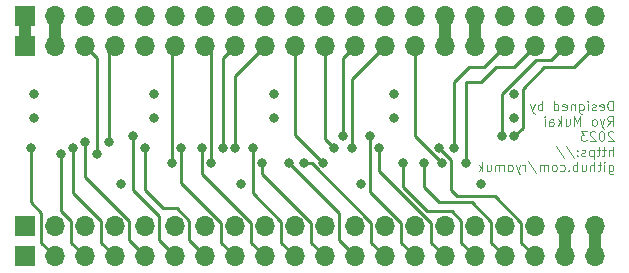
<source format=gbr>
%TF.GenerationSoftware,KiCad,Pcbnew,7.0.6*%
%TF.CreationDate,2023-07-11T11:54:07+09:00*%
%TF.ProjectId,TangNano5V,54616e67-4e61-46e6-9f35-562e6b696361,rev?*%
%TF.SameCoordinates,Original*%
%TF.FileFunction,Copper,L4,Bot*%
%TF.FilePolarity,Positive*%
%FSLAX46Y46*%
G04 Gerber Fmt 4.6, Leading zero omitted, Abs format (unit mm)*
G04 Created by KiCad (PCBNEW 7.0.6) date 2023-07-11 11:54:07*
%MOMM*%
%LPD*%
G01*
G04 APERTURE LIST*
%ADD10C,0.120000*%
%TA.AperFunction,NonConductor*%
%ADD11C,0.120000*%
%TD*%
%TA.AperFunction,ComponentPad*%
%ADD12O,1.700000X1.700000*%
%TD*%
%TA.AperFunction,ComponentPad*%
%ADD13R,1.700000X1.700000*%
%TD*%
%TA.AperFunction,ViaPad*%
%ADD14C,0.800000*%
%TD*%
%TA.AperFunction,Conductor*%
%ADD15C,0.250000*%
%TD*%
%TA.AperFunction,Conductor*%
%ADD16C,1.000000*%
%TD*%
G04 APERTURE END LIST*
D10*
D11*
X52308576Y-10491855D02*
X52308576Y-9691855D01*
X52308576Y-9691855D02*
X52118100Y-9691855D01*
X52118100Y-9691855D02*
X52003814Y-9729950D01*
X52003814Y-9729950D02*
X51927624Y-9806140D01*
X51927624Y-9806140D02*
X51889529Y-9882331D01*
X51889529Y-9882331D02*
X51851433Y-10034712D01*
X51851433Y-10034712D02*
X51851433Y-10148998D01*
X51851433Y-10148998D02*
X51889529Y-10301379D01*
X51889529Y-10301379D02*
X51927624Y-10377569D01*
X51927624Y-10377569D02*
X52003814Y-10453760D01*
X52003814Y-10453760D02*
X52118100Y-10491855D01*
X52118100Y-10491855D02*
X52308576Y-10491855D01*
X51203814Y-10453760D02*
X51280005Y-10491855D01*
X51280005Y-10491855D02*
X51432386Y-10491855D01*
X51432386Y-10491855D02*
X51508576Y-10453760D01*
X51508576Y-10453760D02*
X51546672Y-10377569D01*
X51546672Y-10377569D02*
X51546672Y-10072807D01*
X51546672Y-10072807D02*
X51508576Y-9996617D01*
X51508576Y-9996617D02*
X51432386Y-9958521D01*
X51432386Y-9958521D02*
X51280005Y-9958521D01*
X51280005Y-9958521D02*
X51203814Y-9996617D01*
X51203814Y-9996617D02*
X51165719Y-10072807D01*
X51165719Y-10072807D02*
X51165719Y-10148998D01*
X51165719Y-10148998D02*
X51546672Y-10225188D01*
X50860958Y-10453760D02*
X50784767Y-10491855D01*
X50784767Y-10491855D02*
X50632386Y-10491855D01*
X50632386Y-10491855D02*
X50556196Y-10453760D01*
X50556196Y-10453760D02*
X50518100Y-10377569D01*
X50518100Y-10377569D02*
X50518100Y-10339474D01*
X50518100Y-10339474D02*
X50556196Y-10263283D01*
X50556196Y-10263283D02*
X50632386Y-10225188D01*
X50632386Y-10225188D02*
X50746672Y-10225188D01*
X50746672Y-10225188D02*
X50822862Y-10187093D01*
X50822862Y-10187093D02*
X50860958Y-10110902D01*
X50860958Y-10110902D02*
X50860958Y-10072807D01*
X50860958Y-10072807D02*
X50822862Y-9996617D01*
X50822862Y-9996617D02*
X50746672Y-9958521D01*
X50746672Y-9958521D02*
X50632386Y-9958521D01*
X50632386Y-9958521D02*
X50556196Y-9996617D01*
X50175243Y-10491855D02*
X50175243Y-9958521D01*
X50175243Y-9691855D02*
X50213339Y-9729950D01*
X50213339Y-9729950D02*
X50175243Y-9768045D01*
X50175243Y-9768045D02*
X50137148Y-9729950D01*
X50137148Y-9729950D02*
X50175243Y-9691855D01*
X50175243Y-9691855D02*
X50175243Y-9768045D01*
X49451434Y-9958521D02*
X49451434Y-10606140D01*
X49451434Y-10606140D02*
X49489529Y-10682331D01*
X49489529Y-10682331D02*
X49527625Y-10720426D01*
X49527625Y-10720426D02*
X49603815Y-10758521D01*
X49603815Y-10758521D02*
X49718101Y-10758521D01*
X49718101Y-10758521D02*
X49794291Y-10720426D01*
X49451434Y-10453760D02*
X49527625Y-10491855D01*
X49527625Y-10491855D02*
X49680006Y-10491855D01*
X49680006Y-10491855D02*
X49756196Y-10453760D01*
X49756196Y-10453760D02*
X49794291Y-10415664D01*
X49794291Y-10415664D02*
X49832387Y-10339474D01*
X49832387Y-10339474D02*
X49832387Y-10110902D01*
X49832387Y-10110902D02*
X49794291Y-10034712D01*
X49794291Y-10034712D02*
X49756196Y-9996617D01*
X49756196Y-9996617D02*
X49680006Y-9958521D01*
X49680006Y-9958521D02*
X49527625Y-9958521D01*
X49527625Y-9958521D02*
X49451434Y-9996617D01*
X49070481Y-9958521D02*
X49070481Y-10491855D01*
X49070481Y-10034712D02*
X49032386Y-9996617D01*
X49032386Y-9996617D02*
X48956196Y-9958521D01*
X48956196Y-9958521D02*
X48841910Y-9958521D01*
X48841910Y-9958521D02*
X48765719Y-9996617D01*
X48765719Y-9996617D02*
X48727624Y-10072807D01*
X48727624Y-10072807D02*
X48727624Y-10491855D01*
X48041909Y-10453760D02*
X48118100Y-10491855D01*
X48118100Y-10491855D02*
X48270481Y-10491855D01*
X48270481Y-10491855D02*
X48346671Y-10453760D01*
X48346671Y-10453760D02*
X48384767Y-10377569D01*
X48384767Y-10377569D02*
X48384767Y-10072807D01*
X48384767Y-10072807D02*
X48346671Y-9996617D01*
X48346671Y-9996617D02*
X48270481Y-9958521D01*
X48270481Y-9958521D02*
X48118100Y-9958521D01*
X48118100Y-9958521D02*
X48041909Y-9996617D01*
X48041909Y-9996617D02*
X48003814Y-10072807D01*
X48003814Y-10072807D02*
X48003814Y-10148998D01*
X48003814Y-10148998D02*
X48384767Y-10225188D01*
X47318100Y-10491855D02*
X47318100Y-9691855D01*
X47318100Y-10453760D02*
X47394291Y-10491855D01*
X47394291Y-10491855D02*
X47546672Y-10491855D01*
X47546672Y-10491855D02*
X47622862Y-10453760D01*
X47622862Y-10453760D02*
X47660957Y-10415664D01*
X47660957Y-10415664D02*
X47699053Y-10339474D01*
X47699053Y-10339474D02*
X47699053Y-10110902D01*
X47699053Y-10110902D02*
X47660957Y-10034712D01*
X47660957Y-10034712D02*
X47622862Y-9996617D01*
X47622862Y-9996617D02*
X47546672Y-9958521D01*
X47546672Y-9958521D02*
X47394291Y-9958521D01*
X47394291Y-9958521D02*
X47318100Y-9996617D01*
X46327623Y-10491855D02*
X46327623Y-9691855D01*
X46327623Y-9996617D02*
X46251433Y-9958521D01*
X46251433Y-9958521D02*
X46099052Y-9958521D01*
X46099052Y-9958521D02*
X46022861Y-9996617D01*
X46022861Y-9996617D02*
X45984766Y-10034712D01*
X45984766Y-10034712D02*
X45946671Y-10110902D01*
X45946671Y-10110902D02*
X45946671Y-10339474D01*
X45946671Y-10339474D02*
X45984766Y-10415664D01*
X45984766Y-10415664D02*
X46022861Y-10453760D01*
X46022861Y-10453760D02*
X46099052Y-10491855D01*
X46099052Y-10491855D02*
X46251433Y-10491855D01*
X46251433Y-10491855D02*
X46327623Y-10453760D01*
X45680004Y-9958521D02*
X45489528Y-10491855D01*
X45299051Y-9958521D02*
X45489528Y-10491855D01*
X45489528Y-10491855D02*
X45565718Y-10682331D01*
X45565718Y-10682331D02*
X45603813Y-10720426D01*
X45603813Y-10720426D02*
X45680004Y-10758521D01*
X51851433Y-11779855D02*
X52118100Y-11398902D01*
X52308576Y-11779855D02*
X52308576Y-10979855D01*
X52308576Y-10979855D02*
X52003814Y-10979855D01*
X52003814Y-10979855D02*
X51927624Y-11017950D01*
X51927624Y-11017950D02*
X51889529Y-11056045D01*
X51889529Y-11056045D02*
X51851433Y-11132236D01*
X51851433Y-11132236D02*
X51851433Y-11246521D01*
X51851433Y-11246521D02*
X51889529Y-11322712D01*
X51889529Y-11322712D02*
X51927624Y-11360807D01*
X51927624Y-11360807D02*
X52003814Y-11398902D01*
X52003814Y-11398902D02*
X52308576Y-11398902D01*
X51584767Y-11246521D02*
X51394291Y-11779855D01*
X51203814Y-11246521D02*
X51394291Y-11779855D01*
X51394291Y-11779855D02*
X51470481Y-11970331D01*
X51470481Y-11970331D02*
X51508576Y-12008426D01*
X51508576Y-12008426D02*
X51584767Y-12046521D01*
X50784767Y-11779855D02*
X50860957Y-11741760D01*
X50860957Y-11741760D02*
X50899052Y-11703664D01*
X50899052Y-11703664D02*
X50937148Y-11627474D01*
X50937148Y-11627474D02*
X50937148Y-11398902D01*
X50937148Y-11398902D02*
X50899052Y-11322712D01*
X50899052Y-11322712D02*
X50860957Y-11284617D01*
X50860957Y-11284617D02*
X50784767Y-11246521D01*
X50784767Y-11246521D02*
X50670481Y-11246521D01*
X50670481Y-11246521D02*
X50594290Y-11284617D01*
X50594290Y-11284617D02*
X50556195Y-11322712D01*
X50556195Y-11322712D02*
X50518100Y-11398902D01*
X50518100Y-11398902D02*
X50518100Y-11627474D01*
X50518100Y-11627474D02*
X50556195Y-11703664D01*
X50556195Y-11703664D02*
X50594290Y-11741760D01*
X50594290Y-11741760D02*
X50670481Y-11779855D01*
X50670481Y-11779855D02*
X50784767Y-11779855D01*
X49565718Y-11779855D02*
X49565718Y-10979855D01*
X49565718Y-10979855D02*
X49299052Y-11551283D01*
X49299052Y-11551283D02*
X49032385Y-10979855D01*
X49032385Y-10979855D02*
X49032385Y-11779855D01*
X48308575Y-11246521D02*
X48308575Y-11779855D01*
X48651432Y-11246521D02*
X48651432Y-11665569D01*
X48651432Y-11665569D02*
X48613337Y-11741760D01*
X48613337Y-11741760D02*
X48537147Y-11779855D01*
X48537147Y-11779855D02*
X48422861Y-11779855D01*
X48422861Y-11779855D02*
X48346670Y-11741760D01*
X48346670Y-11741760D02*
X48308575Y-11703664D01*
X47927622Y-11779855D02*
X47927622Y-10979855D01*
X47851432Y-11475093D02*
X47622860Y-11779855D01*
X47622860Y-11246521D02*
X47927622Y-11551283D01*
X46937146Y-11779855D02*
X46937146Y-11360807D01*
X46937146Y-11360807D02*
X46975241Y-11284617D01*
X46975241Y-11284617D02*
X47051432Y-11246521D01*
X47051432Y-11246521D02*
X47203813Y-11246521D01*
X47203813Y-11246521D02*
X47280003Y-11284617D01*
X46937146Y-11741760D02*
X47013337Y-11779855D01*
X47013337Y-11779855D02*
X47203813Y-11779855D01*
X47203813Y-11779855D02*
X47280003Y-11741760D01*
X47280003Y-11741760D02*
X47318099Y-11665569D01*
X47318099Y-11665569D02*
X47318099Y-11589379D01*
X47318099Y-11589379D02*
X47280003Y-11513188D01*
X47280003Y-11513188D02*
X47203813Y-11475093D01*
X47203813Y-11475093D02*
X47013337Y-11475093D01*
X47013337Y-11475093D02*
X46937146Y-11436998D01*
X46556193Y-11779855D02*
X46556193Y-11246521D01*
X46556193Y-10979855D02*
X46594289Y-11017950D01*
X46594289Y-11017950D02*
X46556193Y-11056045D01*
X46556193Y-11056045D02*
X46518098Y-11017950D01*
X46518098Y-11017950D02*
X46556193Y-10979855D01*
X46556193Y-10979855D02*
X46556193Y-11056045D01*
X52346672Y-12344045D02*
X52308576Y-12305950D01*
X52308576Y-12305950D02*
X52232386Y-12267855D01*
X52232386Y-12267855D02*
X52041910Y-12267855D01*
X52041910Y-12267855D02*
X51965719Y-12305950D01*
X51965719Y-12305950D02*
X51927624Y-12344045D01*
X51927624Y-12344045D02*
X51889529Y-12420236D01*
X51889529Y-12420236D02*
X51889529Y-12496426D01*
X51889529Y-12496426D02*
X51927624Y-12610712D01*
X51927624Y-12610712D02*
X52384767Y-13067855D01*
X52384767Y-13067855D02*
X51889529Y-13067855D01*
X51394290Y-12267855D02*
X51318100Y-12267855D01*
X51318100Y-12267855D02*
X51241909Y-12305950D01*
X51241909Y-12305950D02*
X51203814Y-12344045D01*
X51203814Y-12344045D02*
X51165719Y-12420236D01*
X51165719Y-12420236D02*
X51127624Y-12572617D01*
X51127624Y-12572617D02*
X51127624Y-12763093D01*
X51127624Y-12763093D02*
X51165719Y-12915474D01*
X51165719Y-12915474D02*
X51203814Y-12991664D01*
X51203814Y-12991664D02*
X51241909Y-13029760D01*
X51241909Y-13029760D02*
X51318100Y-13067855D01*
X51318100Y-13067855D02*
X51394290Y-13067855D01*
X51394290Y-13067855D02*
X51470481Y-13029760D01*
X51470481Y-13029760D02*
X51508576Y-12991664D01*
X51508576Y-12991664D02*
X51546671Y-12915474D01*
X51546671Y-12915474D02*
X51584767Y-12763093D01*
X51584767Y-12763093D02*
X51584767Y-12572617D01*
X51584767Y-12572617D02*
X51546671Y-12420236D01*
X51546671Y-12420236D02*
X51508576Y-12344045D01*
X51508576Y-12344045D02*
X51470481Y-12305950D01*
X51470481Y-12305950D02*
X51394290Y-12267855D01*
X50822862Y-12344045D02*
X50784766Y-12305950D01*
X50784766Y-12305950D02*
X50708576Y-12267855D01*
X50708576Y-12267855D02*
X50518100Y-12267855D01*
X50518100Y-12267855D02*
X50441909Y-12305950D01*
X50441909Y-12305950D02*
X50403814Y-12344045D01*
X50403814Y-12344045D02*
X50365719Y-12420236D01*
X50365719Y-12420236D02*
X50365719Y-12496426D01*
X50365719Y-12496426D02*
X50403814Y-12610712D01*
X50403814Y-12610712D02*
X50860957Y-13067855D01*
X50860957Y-13067855D02*
X50365719Y-13067855D01*
X50099052Y-12267855D02*
X49603814Y-12267855D01*
X49603814Y-12267855D02*
X49870480Y-12572617D01*
X49870480Y-12572617D02*
X49756195Y-12572617D01*
X49756195Y-12572617D02*
X49680004Y-12610712D01*
X49680004Y-12610712D02*
X49641909Y-12648807D01*
X49641909Y-12648807D02*
X49603814Y-12724998D01*
X49603814Y-12724998D02*
X49603814Y-12915474D01*
X49603814Y-12915474D02*
X49641909Y-12991664D01*
X49641909Y-12991664D02*
X49680004Y-13029760D01*
X49680004Y-13029760D02*
X49756195Y-13067855D01*
X49756195Y-13067855D02*
X49984766Y-13067855D01*
X49984766Y-13067855D02*
X50060957Y-13029760D01*
X50060957Y-13029760D02*
X50099052Y-12991664D01*
X52308576Y-14355855D02*
X52308576Y-13555855D01*
X51965719Y-14355855D02*
X51965719Y-13936807D01*
X51965719Y-13936807D02*
X52003814Y-13860617D01*
X52003814Y-13860617D02*
X52080005Y-13822521D01*
X52080005Y-13822521D02*
X52194291Y-13822521D01*
X52194291Y-13822521D02*
X52270481Y-13860617D01*
X52270481Y-13860617D02*
X52308576Y-13898712D01*
X51699052Y-13822521D02*
X51394290Y-13822521D01*
X51584766Y-13555855D02*
X51584766Y-14241569D01*
X51584766Y-14241569D02*
X51546671Y-14317760D01*
X51546671Y-14317760D02*
X51470481Y-14355855D01*
X51470481Y-14355855D02*
X51394290Y-14355855D01*
X51241909Y-13822521D02*
X50937147Y-13822521D01*
X51127623Y-13555855D02*
X51127623Y-14241569D01*
X51127623Y-14241569D02*
X51089528Y-14317760D01*
X51089528Y-14317760D02*
X51013338Y-14355855D01*
X51013338Y-14355855D02*
X50937147Y-14355855D01*
X50670480Y-13822521D02*
X50670480Y-14622521D01*
X50670480Y-13860617D02*
X50594290Y-13822521D01*
X50594290Y-13822521D02*
X50441909Y-13822521D01*
X50441909Y-13822521D02*
X50365718Y-13860617D01*
X50365718Y-13860617D02*
X50327623Y-13898712D01*
X50327623Y-13898712D02*
X50289528Y-13974902D01*
X50289528Y-13974902D02*
X50289528Y-14203474D01*
X50289528Y-14203474D02*
X50327623Y-14279664D01*
X50327623Y-14279664D02*
X50365718Y-14317760D01*
X50365718Y-14317760D02*
X50441909Y-14355855D01*
X50441909Y-14355855D02*
X50594290Y-14355855D01*
X50594290Y-14355855D02*
X50670480Y-14317760D01*
X49984766Y-14317760D02*
X49908575Y-14355855D01*
X49908575Y-14355855D02*
X49756194Y-14355855D01*
X49756194Y-14355855D02*
X49680004Y-14317760D01*
X49680004Y-14317760D02*
X49641908Y-14241569D01*
X49641908Y-14241569D02*
X49641908Y-14203474D01*
X49641908Y-14203474D02*
X49680004Y-14127283D01*
X49680004Y-14127283D02*
X49756194Y-14089188D01*
X49756194Y-14089188D02*
X49870480Y-14089188D01*
X49870480Y-14089188D02*
X49946670Y-14051093D01*
X49946670Y-14051093D02*
X49984766Y-13974902D01*
X49984766Y-13974902D02*
X49984766Y-13936807D01*
X49984766Y-13936807D02*
X49946670Y-13860617D01*
X49946670Y-13860617D02*
X49870480Y-13822521D01*
X49870480Y-13822521D02*
X49756194Y-13822521D01*
X49756194Y-13822521D02*
X49680004Y-13860617D01*
X49299051Y-14279664D02*
X49260956Y-14317760D01*
X49260956Y-14317760D02*
X49299051Y-14355855D01*
X49299051Y-14355855D02*
X49337147Y-14317760D01*
X49337147Y-14317760D02*
X49299051Y-14279664D01*
X49299051Y-14279664D02*
X49299051Y-14355855D01*
X49299051Y-13860617D02*
X49260956Y-13898712D01*
X49260956Y-13898712D02*
X49299051Y-13936807D01*
X49299051Y-13936807D02*
X49337147Y-13898712D01*
X49337147Y-13898712D02*
X49299051Y-13860617D01*
X49299051Y-13860617D02*
X49299051Y-13936807D01*
X48346671Y-13517760D02*
X49032385Y-14546331D01*
X47508576Y-13517760D02*
X48194290Y-14546331D01*
X51965719Y-15110521D02*
X51965719Y-15758140D01*
X51965719Y-15758140D02*
X52003814Y-15834331D01*
X52003814Y-15834331D02*
X52041910Y-15872426D01*
X52041910Y-15872426D02*
X52118100Y-15910521D01*
X52118100Y-15910521D02*
X52232386Y-15910521D01*
X52232386Y-15910521D02*
X52308576Y-15872426D01*
X51965719Y-15605760D02*
X52041910Y-15643855D01*
X52041910Y-15643855D02*
X52194291Y-15643855D01*
X52194291Y-15643855D02*
X52270481Y-15605760D01*
X52270481Y-15605760D02*
X52308576Y-15567664D01*
X52308576Y-15567664D02*
X52346672Y-15491474D01*
X52346672Y-15491474D02*
X52346672Y-15262902D01*
X52346672Y-15262902D02*
X52308576Y-15186712D01*
X52308576Y-15186712D02*
X52270481Y-15148617D01*
X52270481Y-15148617D02*
X52194291Y-15110521D01*
X52194291Y-15110521D02*
X52041910Y-15110521D01*
X52041910Y-15110521D02*
X51965719Y-15148617D01*
X51584766Y-15643855D02*
X51584766Y-15110521D01*
X51584766Y-14843855D02*
X51622862Y-14881950D01*
X51622862Y-14881950D02*
X51584766Y-14920045D01*
X51584766Y-14920045D02*
X51546671Y-14881950D01*
X51546671Y-14881950D02*
X51584766Y-14843855D01*
X51584766Y-14843855D02*
X51584766Y-14920045D01*
X51318100Y-15110521D02*
X51013338Y-15110521D01*
X51203814Y-14843855D02*
X51203814Y-15529569D01*
X51203814Y-15529569D02*
X51165719Y-15605760D01*
X51165719Y-15605760D02*
X51089529Y-15643855D01*
X51089529Y-15643855D02*
X51013338Y-15643855D01*
X50746671Y-15643855D02*
X50746671Y-14843855D01*
X50403814Y-15643855D02*
X50403814Y-15224807D01*
X50403814Y-15224807D02*
X50441909Y-15148617D01*
X50441909Y-15148617D02*
X50518100Y-15110521D01*
X50518100Y-15110521D02*
X50632386Y-15110521D01*
X50632386Y-15110521D02*
X50708576Y-15148617D01*
X50708576Y-15148617D02*
X50746671Y-15186712D01*
X49680004Y-15110521D02*
X49680004Y-15643855D01*
X50022861Y-15110521D02*
X50022861Y-15529569D01*
X50022861Y-15529569D02*
X49984766Y-15605760D01*
X49984766Y-15605760D02*
X49908576Y-15643855D01*
X49908576Y-15643855D02*
X49794290Y-15643855D01*
X49794290Y-15643855D02*
X49718099Y-15605760D01*
X49718099Y-15605760D02*
X49680004Y-15567664D01*
X49299051Y-15643855D02*
X49299051Y-14843855D01*
X49299051Y-15148617D02*
X49222861Y-15110521D01*
X49222861Y-15110521D02*
X49070480Y-15110521D01*
X49070480Y-15110521D02*
X48994289Y-15148617D01*
X48994289Y-15148617D02*
X48956194Y-15186712D01*
X48956194Y-15186712D02*
X48918099Y-15262902D01*
X48918099Y-15262902D02*
X48918099Y-15491474D01*
X48918099Y-15491474D02*
X48956194Y-15567664D01*
X48956194Y-15567664D02*
X48994289Y-15605760D01*
X48994289Y-15605760D02*
X49070480Y-15643855D01*
X49070480Y-15643855D02*
X49222861Y-15643855D01*
X49222861Y-15643855D02*
X49299051Y-15605760D01*
X48575241Y-15567664D02*
X48537146Y-15605760D01*
X48537146Y-15605760D02*
X48575241Y-15643855D01*
X48575241Y-15643855D02*
X48613337Y-15605760D01*
X48613337Y-15605760D02*
X48575241Y-15567664D01*
X48575241Y-15567664D02*
X48575241Y-15643855D01*
X47851432Y-15605760D02*
X47927623Y-15643855D01*
X47927623Y-15643855D02*
X48080004Y-15643855D01*
X48080004Y-15643855D02*
X48156194Y-15605760D01*
X48156194Y-15605760D02*
X48194289Y-15567664D01*
X48194289Y-15567664D02*
X48232385Y-15491474D01*
X48232385Y-15491474D02*
X48232385Y-15262902D01*
X48232385Y-15262902D02*
X48194289Y-15186712D01*
X48194289Y-15186712D02*
X48156194Y-15148617D01*
X48156194Y-15148617D02*
X48080004Y-15110521D01*
X48080004Y-15110521D02*
X47927623Y-15110521D01*
X47927623Y-15110521D02*
X47851432Y-15148617D01*
X47394290Y-15643855D02*
X47470480Y-15605760D01*
X47470480Y-15605760D02*
X47508575Y-15567664D01*
X47508575Y-15567664D02*
X47546671Y-15491474D01*
X47546671Y-15491474D02*
X47546671Y-15262902D01*
X47546671Y-15262902D02*
X47508575Y-15186712D01*
X47508575Y-15186712D02*
X47470480Y-15148617D01*
X47470480Y-15148617D02*
X47394290Y-15110521D01*
X47394290Y-15110521D02*
X47280004Y-15110521D01*
X47280004Y-15110521D02*
X47203813Y-15148617D01*
X47203813Y-15148617D02*
X47165718Y-15186712D01*
X47165718Y-15186712D02*
X47127623Y-15262902D01*
X47127623Y-15262902D02*
X47127623Y-15491474D01*
X47127623Y-15491474D02*
X47165718Y-15567664D01*
X47165718Y-15567664D02*
X47203813Y-15605760D01*
X47203813Y-15605760D02*
X47280004Y-15643855D01*
X47280004Y-15643855D02*
X47394290Y-15643855D01*
X46784765Y-15643855D02*
X46784765Y-15110521D01*
X46784765Y-15186712D02*
X46746670Y-15148617D01*
X46746670Y-15148617D02*
X46670480Y-15110521D01*
X46670480Y-15110521D02*
X46556194Y-15110521D01*
X46556194Y-15110521D02*
X46480003Y-15148617D01*
X46480003Y-15148617D02*
X46441908Y-15224807D01*
X46441908Y-15224807D02*
X46441908Y-15643855D01*
X46441908Y-15224807D02*
X46403813Y-15148617D01*
X46403813Y-15148617D02*
X46327622Y-15110521D01*
X46327622Y-15110521D02*
X46213337Y-15110521D01*
X46213337Y-15110521D02*
X46137146Y-15148617D01*
X46137146Y-15148617D02*
X46099051Y-15224807D01*
X46099051Y-15224807D02*
X46099051Y-15643855D01*
X45146670Y-14805760D02*
X45832384Y-15834331D01*
X44880003Y-15643855D02*
X44880003Y-15110521D01*
X44880003Y-15262902D02*
X44841908Y-15186712D01*
X44841908Y-15186712D02*
X44803813Y-15148617D01*
X44803813Y-15148617D02*
X44727622Y-15110521D01*
X44727622Y-15110521D02*
X44651432Y-15110521D01*
X44460956Y-15110521D02*
X44270480Y-15643855D01*
X44080003Y-15110521D02*
X44270480Y-15643855D01*
X44270480Y-15643855D02*
X44346670Y-15834331D01*
X44346670Y-15834331D02*
X44384765Y-15872426D01*
X44384765Y-15872426D02*
X44460956Y-15910521D01*
X43660956Y-15643855D02*
X43737146Y-15605760D01*
X43737146Y-15605760D02*
X43775241Y-15567664D01*
X43775241Y-15567664D02*
X43813337Y-15491474D01*
X43813337Y-15491474D02*
X43813337Y-15262902D01*
X43813337Y-15262902D02*
X43775241Y-15186712D01*
X43775241Y-15186712D02*
X43737146Y-15148617D01*
X43737146Y-15148617D02*
X43660956Y-15110521D01*
X43660956Y-15110521D02*
X43546670Y-15110521D01*
X43546670Y-15110521D02*
X43470479Y-15148617D01*
X43470479Y-15148617D02*
X43432384Y-15186712D01*
X43432384Y-15186712D02*
X43394289Y-15262902D01*
X43394289Y-15262902D02*
X43394289Y-15491474D01*
X43394289Y-15491474D02*
X43432384Y-15567664D01*
X43432384Y-15567664D02*
X43470479Y-15605760D01*
X43470479Y-15605760D02*
X43546670Y-15643855D01*
X43546670Y-15643855D02*
X43660956Y-15643855D01*
X43051431Y-15643855D02*
X43051431Y-15110521D01*
X43051431Y-15186712D02*
X43013336Y-15148617D01*
X43013336Y-15148617D02*
X42937146Y-15110521D01*
X42937146Y-15110521D02*
X42822860Y-15110521D01*
X42822860Y-15110521D02*
X42746669Y-15148617D01*
X42746669Y-15148617D02*
X42708574Y-15224807D01*
X42708574Y-15224807D02*
X42708574Y-15643855D01*
X42708574Y-15224807D02*
X42670479Y-15148617D01*
X42670479Y-15148617D02*
X42594288Y-15110521D01*
X42594288Y-15110521D02*
X42480003Y-15110521D01*
X42480003Y-15110521D02*
X42403812Y-15148617D01*
X42403812Y-15148617D02*
X42365717Y-15224807D01*
X42365717Y-15224807D02*
X42365717Y-15643855D01*
X41641907Y-15110521D02*
X41641907Y-15643855D01*
X41984764Y-15110521D02*
X41984764Y-15529569D01*
X41984764Y-15529569D02*
X41946669Y-15605760D01*
X41946669Y-15605760D02*
X41870479Y-15643855D01*
X41870479Y-15643855D02*
X41756193Y-15643855D01*
X41756193Y-15643855D02*
X41680002Y-15605760D01*
X41680002Y-15605760D02*
X41641907Y-15567664D01*
X41260954Y-15643855D02*
X41260954Y-14843855D01*
X41184764Y-15339093D02*
X40956192Y-15643855D01*
X40956192Y-15110521D02*
X41260954Y-15415283D01*
D12*
%TO.P,J2,20,Pin_20*%
%TO.N,PIN52*%
X50800000Y-2540000D03*
%TO.P,J2,19,Pin_19*%
%TO.N,PIN53*%
X48260000Y-2540000D03*
%TO.P,J2,18,Pin_18*%
%TO.N,PIN71*%
X45720000Y-2540000D03*
%TO.P,J2,17,Pin_17*%
%TO.N,PIN72*%
X43180000Y-2540000D03*
%TO.P,J2,16,Pin_16*%
%TO.N,+3.3V*%
X40640000Y-2540000D03*
%TO.P,J2,15,Pin_15*%
%TO.N,GND*%
X38100000Y-2540000D03*
%TO.P,J2,14,Pin_14*%
%TO.N,PIN79*%
X35560000Y-2540000D03*
%TO.P,J2,13,Pin_13*%
%TO.N,PIN86*%
X33020000Y-2540000D03*
%TO.P,J2,12,Pin_12*%
%TO.N,PIN49*%
X30480000Y-2540000D03*
%TO.P,J2,11,Pin_11*%
%TO.N,PIN55*%
X27940000Y-2540000D03*
%TO.P,J2,10,Pin_10*%
%TO.N,PIN48*%
X25400000Y-2540000D03*
%TO.P,J2,9,Pin_9*%
%TO.N,PIN51*%
X22860000Y-2540000D03*
%TO.P,J2,8,Pin_8*%
%TO.N,PIN54*%
X20320000Y-2540000D03*
%TO.P,J2,7,Pin_7*%
%TO.N,PIN56*%
X17780000Y-2540000D03*
%TO.P,J2,6,Pin_6*%
%TO.N,PIN41*%
X15240000Y-2540000D03*
%TO.P,J2,5,Pin_5*%
%TO.N,PIN42*%
X12700000Y-2540000D03*
%TO.P,J2,4,Pin_4*%
%TO.N,PIN80*%
X10160000Y-2540000D03*
%TO.P,J2,3,Pin_3*%
%TO.N,PIN76*%
X7620000Y-2540000D03*
%TO.P,J2,2,Pin_2*%
%TO.N,GND*%
X5080000Y-2540000D03*
D13*
%TO.P,J2,1,Pin_1*%
%TO.N,+5V*%
X2540000Y-2540000D03*
%TD*%
%TO.P,J1,1,Pin_1*%
%TO.N,PIN73*%
X2540000Y-22860000D03*
D12*
%TO.P,J1,2,Pin_2*%
%TO.N,PIN74*%
X5080000Y-22860000D03*
%TO.P,J1,3,Pin_3*%
%TO.N,PIN75*%
X7620000Y-22860000D03*
%TO.P,J1,4,Pin_4*%
%TO.N,PIN85*%
X10160000Y-22860000D03*
%TO.P,J1,5,Pin_5*%
%TO.N,PIN77*%
X12700000Y-22860000D03*
%TO.P,J1,6,Pin_6*%
%TO.N,PIN15*%
X15240000Y-22860000D03*
%TO.P,J1,7,Pin_7*%
%TO.N,PIN16*%
X17780000Y-22860000D03*
%TO.P,J1,8,Pin_8*%
%TO.N,PIN27*%
X20320000Y-22860000D03*
%TO.P,J1,9,Pin_9*%
%TO.N,PIN28*%
X22860000Y-22860000D03*
%TO.P,J1,10,Pin_10*%
%TO.N,PIN25*%
X25400000Y-22860000D03*
%TO.P,J1,11,Pin_11*%
%TO.N,PIN26*%
X27940000Y-22860000D03*
%TO.P,J1,12,Pin_12*%
%TO.N,PIN29*%
X30480000Y-22860000D03*
%TO.P,J1,13,Pin_13*%
%TO.N,PIN30*%
X33020000Y-22860000D03*
%TO.P,J1,14,Pin_14*%
%TO.N,PIN31*%
X35560000Y-22860000D03*
%TO.P,J1,15,Pin_15*%
%TO.N,PIN17*%
X38100000Y-22860000D03*
%TO.P,J1,16,Pin_16*%
%TO.N,PIN20*%
X40640000Y-22860000D03*
%TO.P,J1,17,Pin_17*%
%TO.N,PIN19*%
X43180000Y-22860000D03*
%TO.P,J1,18,Pin_18*%
%TO.N,PIN18*%
X45720000Y-22860000D03*
%TO.P,J1,19,Pin_19*%
%TO.N,+3.3V*%
X48260000Y-22860000D03*
%TO.P,J1,20,Pin_20*%
%TO.N,GND*%
X50800000Y-22860000D03*
%TD*%
D13*
%TO.P,J4,1,Pin_1*%
%TO.N,+5V*%
X2540000Y-5080000D03*
D12*
%TO.P,J4,2,Pin_2*%
%TO.N,GND*%
X5080000Y-5080000D03*
%TO.P,J4,3,Pin_3*%
%TO.N,PIN76_H*%
X7620000Y-5080000D03*
%TO.P,J4,4,Pin_4*%
%TO.N,PIN80_H*%
X10160000Y-5080000D03*
%TO.P,J4,5,Pin_5*%
%TO.N,PIN42_H*%
X12700000Y-5080000D03*
%TO.P,J4,6,Pin_6*%
%TO.N,PIN41_H*%
X15240000Y-5080000D03*
%TO.P,J4,7,Pin_7*%
%TO.N,PIN56_H*%
X17780000Y-5080000D03*
%TO.P,J4,8,Pin_8*%
%TO.N,PIN54_H*%
X20320000Y-5080000D03*
%TO.P,J4,9,Pin_9*%
%TO.N,PIN51_H*%
X22860000Y-5080000D03*
%TO.P,J4,10,Pin_10*%
%TO.N,PIN48_H*%
X25400000Y-5080000D03*
%TO.P,J4,11,Pin_11*%
%TO.N,PIN55_H*%
X27940000Y-5080000D03*
%TO.P,J4,12,Pin_12*%
%TO.N,PIN49_H*%
X30480000Y-5080000D03*
%TO.P,J4,13,Pin_13*%
%TO.N,PIN86_H*%
X33020000Y-5080000D03*
%TO.P,J4,14,Pin_14*%
%TO.N,PIN79_H*%
X35560000Y-5080000D03*
%TO.P,J4,15,Pin_15*%
%TO.N,GND*%
X38100000Y-5080000D03*
%TO.P,J4,16,Pin_16*%
%TO.N,+3.3V*%
X40640000Y-5080000D03*
%TO.P,J4,17,Pin_17*%
%TO.N,PIN72_H*%
X43180000Y-5080000D03*
%TO.P,J4,18,Pin_18*%
%TO.N,PIN71_H*%
X45720000Y-5080000D03*
%TO.P,J4,19,Pin_19*%
%TO.N,PIN53_H*%
X48260000Y-5080000D03*
%TO.P,J4,20,Pin_20*%
%TO.N,PIN52_H*%
X50800000Y-5080000D03*
%TD*%
D13*
%TO.P,J3,1,Pin_1*%
%TO.N,PIN73_H*%
X2540000Y-20320000D03*
D12*
%TO.P,J3,2,Pin_2*%
%TO.N,PIN74_H*%
X5080000Y-20320000D03*
%TO.P,J3,3,Pin_3*%
%TO.N,PIN75_H*%
X7620000Y-20320000D03*
%TO.P,J3,4,Pin_4*%
%TO.N,PIN85_H*%
X10160000Y-20320000D03*
%TO.P,J3,5,Pin_5*%
%TO.N,PIN77_H*%
X12700000Y-20320000D03*
%TO.P,J3,6,Pin_6*%
%TO.N,PIN15_H*%
X15240000Y-20320000D03*
%TO.P,J3,7,Pin_7*%
%TO.N,PIN16_H*%
X17780000Y-20320000D03*
%TO.P,J3,8,Pin_8*%
%TO.N,PIN27_H*%
X20320000Y-20320000D03*
%TO.P,J3,9,Pin_9*%
%TO.N,PIN28_H*%
X22860000Y-20320000D03*
%TO.P,J3,10,Pin_10*%
%TO.N,PIN25_H*%
X25400000Y-20320000D03*
%TO.P,J3,11,Pin_11*%
%TO.N,PIN26_H*%
X27940000Y-20320000D03*
%TO.P,J3,12,Pin_12*%
%TO.N,PIN29_H*%
X30480000Y-20320000D03*
%TO.P,J3,13,Pin_13*%
%TO.N,PIN30_H*%
X33020000Y-20320000D03*
%TO.P,J3,14,Pin_14*%
%TO.N,PIN31_H*%
X35560000Y-20320000D03*
%TO.P,J3,15,Pin_15*%
%TO.N,PIN17_H*%
X38100000Y-20320000D03*
%TO.P,J3,16,Pin_16*%
%TO.N,PIN20_H*%
X40640000Y-20320000D03*
%TO.P,J3,17,Pin_17*%
%TO.N,PIN19_H*%
X43180000Y-20320000D03*
%TO.P,J3,18,Pin_18*%
%TO.N,PIN18_H*%
X45720000Y-20320000D03*
%TO.P,J3,19,Pin_19*%
%TO.N,+3.3V*%
X48260000Y-20320000D03*
%TO.P,J3,20,Pin_20*%
%TO.N,GND*%
X50800000Y-20320000D03*
%TD*%
D14*
%TO.N,PIN74*%
X3048000Y-13716000D03*
%TO.N,PIN75*%
X5588000Y-14224000D03*
%TO.N,PIN85*%
X6604000Y-13716000D03*
%TO.N,PIN77*%
X7620000Y-13208000D03*
%TO.N,PIN15*%
X11684000Y-12700000D03*
%TO.N,PIN16*%
X12700000Y-13716000D03*
%TO.N,PIN27*%
X15748000Y-13716000D03*
%TO.N,PIN28*%
X17526000Y-13716000D03*
%TO.N,PIN26*%
X22606000Y-14986000D03*
%TO.N,PIN25*%
X21844000Y-13716000D03*
%TO.N,PIN29*%
X24892000Y-14986000D03*
%TO.N,PIN30*%
X26162000Y-14986000D03*
%TO.N,PIN31*%
X31750000Y-12700000D03*
%TO.N,PIN17*%
X32512000Y-13716000D03*
%TO.N,PIN20*%
X34544000Y-14986000D03*
%TO.N,PIN19*%
X36322000Y-14986000D03*
%TO.N,PIN18*%
X37600598Y-13716000D03*
%TO.N,+3.3V*%
X43942000Y-11176000D03*
X33782000Y-11176000D03*
X3302000Y-11176000D03*
X13462000Y-11176000D03*
X23622000Y-11176000D03*
%TO.N,GND*%
X3302000Y-9144000D03*
X23622000Y-9144000D03*
X43942000Y-9144000D03*
X33782000Y-9144000D03*
X13462000Y-9144000D03*
X10668000Y-16764000D03*
X30988000Y-16764000D03*
X41148000Y-16764000D03*
X20828000Y-16764000D03*
%TO.N,PIN76_H*%
X8631701Y-14219701D03*
%TO.N,PIN80_H*%
X9652000Y-13208000D03*
%TO.N,PIN41_H*%
X15023500Y-14986000D03*
%TO.N,PIN56_H*%
X18250500Y-14986000D03*
%TO.N,PIN54_H*%
X19304000Y-13716000D03*
%TO.N,PIN51_H*%
X20320000Y-13716000D03*
%TO.N,PIN48_H*%
X27759149Y-14912850D03*
%TO.N,PIN55_H*%
X28702000Y-13716000D03*
%TO.N,PIN49_H*%
X29464000Y-12700000D03*
%TO.N,PIN86_H*%
X30226000Y-13716000D03*
%TO.N,PIN79_H*%
X37846000Y-14986000D03*
%TO.N,PIN72_H*%
X38862000Y-13716000D03*
%TO.N,PIN71_H*%
X39878000Y-14986000D03*
%TO.N,PIN53_H*%
X42926000Y-12700000D03*
%TO.N,PIN52_H*%
X43946299Y-12695701D03*
%TD*%
D15*
%TO.N,PIN74*%
X3905000Y-19145000D02*
X3905000Y-21685000D01*
X3048000Y-13716000D02*
X3048000Y-18288000D01*
X3048000Y-18288000D02*
X3905000Y-19145000D01*
X3905000Y-21685000D02*
X5080000Y-22860000D01*
%TO.N,PIN75*%
X5588000Y-18976299D02*
X6445000Y-19833299D01*
X5588000Y-14224000D02*
X5588000Y-18976299D01*
X6445000Y-19833299D02*
X6445000Y-21685000D01*
X6445000Y-21685000D02*
X7620000Y-22860000D01*
%TO.N,PIN85*%
X6604000Y-17452299D02*
X8985000Y-19833299D01*
X6604000Y-13716000D02*
X6604000Y-17452299D01*
X8985000Y-19833299D02*
X8985000Y-21685000D01*
X8985000Y-21685000D02*
X10160000Y-22860000D01*
%TO.N,PIN77*%
X11335000Y-19833299D02*
X11335000Y-21495000D01*
X7620000Y-16118299D02*
X11335000Y-19833299D01*
X7620000Y-13208000D02*
X7620000Y-16118299D01*
X11335000Y-21495000D02*
X12700000Y-22860000D01*
%TO.N,PIN15*%
X11684000Y-17272000D02*
X11684000Y-12700000D01*
X13875000Y-19463000D02*
X11684000Y-17272000D01*
X13875000Y-21495000D02*
X13875000Y-19463000D01*
X15240000Y-22860000D02*
X13875000Y-21495000D01*
%TO.N,PIN16*%
X16415000Y-21495000D02*
X16415000Y-19833299D01*
X16415000Y-19833299D02*
X15377701Y-18796000D01*
X14224000Y-18796000D02*
X12700000Y-17272000D01*
X17780000Y-22860000D02*
X16415000Y-21495000D01*
X15377701Y-18796000D02*
X14224000Y-18796000D01*
X12700000Y-17272000D02*
X12700000Y-13716000D01*
%TO.N,PIN27*%
X19145000Y-20023299D02*
X19145000Y-21685000D01*
X15748000Y-16626299D02*
X19145000Y-20023299D01*
X15748000Y-13716000D02*
X15748000Y-16626299D01*
X19145000Y-21685000D02*
X20320000Y-22860000D01*
%TO.N,PIN28*%
X21685000Y-21685000D02*
X22860000Y-22860000D01*
X17526000Y-15864299D02*
X21685000Y-20023299D01*
X21685000Y-20023299D02*
X21685000Y-21685000D01*
X17526000Y-13716000D02*
X17526000Y-15864299D01*
%TO.N,PIN26*%
X26765000Y-20023299D02*
X26765000Y-21685000D01*
X22606000Y-14986000D02*
X22606000Y-15864299D01*
X22606000Y-15864299D02*
X26765000Y-20023299D01*
X26765000Y-21685000D02*
X27940000Y-22860000D01*
%TO.N,PIN25*%
X24225000Y-19907000D02*
X24225000Y-21685000D01*
X24225000Y-21685000D02*
X25400000Y-22860000D01*
X21844000Y-13716000D02*
X21844000Y-17526000D01*
X21844000Y-17526000D02*
X24225000Y-19907000D01*
%TO.N,PIN29*%
X29115000Y-21495000D02*
X30480000Y-22860000D01*
X24892000Y-14986000D02*
X29115000Y-19209000D01*
X29115000Y-19209000D02*
X29115000Y-21495000D01*
%TO.N,PIN30*%
X26807701Y-14986000D02*
X31845000Y-20023299D01*
X26162000Y-14986000D02*
X26807701Y-14986000D01*
X31845000Y-20023299D02*
X31845000Y-21685000D01*
X31845000Y-21685000D02*
X33020000Y-22860000D01*
%TO.N,PIN31*%
X31750000Y-17388299D02*
X34385000Y-20023299D01*
X34385000Y-21685000D02*
X35560000Y-22860000D01*
X34385000Y-20023299D02*
X34385000Y-21685000D01*
X31750000Y-12700000D02*
X31750000Y-17388299D01*
%TO.N,PIN17*%
X36925000Y-20023299D02*
X36925000Y-21685000D01*
X36925000Y-21685000D02*
X38100000Y-22860000D01*
X32512000Y-13716000D02*
X32512000Y-15610299D01*
X32512000Y-15610299D02*
X36925000Y-20023299D01*
%TO.N,PIN20*%
X39465000Y-21685000D02*
X40640000Y-22860000D01*
X34544000Y-17005903D02*
X36582049Y-19043952D01*
X38675653Y-19043952D02*
X39465000Y-19833299D01*
X34544000Y-14986000D02*
X34544000Y-17005903D01*
X39465000Y-19833299D02*
X39465000Y-21685000D01*
X36582049Y-19043952D02*
X38675653Y-19043952D01*
%TO.N,PIN19*%
X40386000Y-18288000D02*
X42005000Y-19907000D01*
X42005000Y-21685000D02*
X43180000Y-22860000D01*
X37592000Y-18288000D02*
X40386000Y-18288000D01*
X36322000Y-14986000D02*
X36322000Y-17018000D01*
X42005000Y-19907000D02*
X42005000Y-21685000D01*
X36322000Y-17018000D02*
X37592000Y-18288000D01*
%TO.N,PIN18*%
X38571000Y-17235000D02*
X39116000Y-17780000D01*
X42301701Y-17780000D02*
X44545000Y-20023299D01*
X44545000Y-21685000D02*
X45720000Y-22860000D01*
X44545000Y-20023299D02*
X44545000Y-21685000D01*
X39116000Y-17780000D02*
X42301701Y-17780000D01*
X38571000Y-14686402D02*
X38571000Y-17235000D01*
X37600598Y-13716000D02*
X38571000Y-14686402D01*
D16*
%TO.N,+3.3V*%
X48260000Y-22860000D02*
X48260000Y-20320000D01*
X40640000Y-5080000D02*
X40640000Y-2540000D01*
%TO.N,GND*%
X5080000Y-5080000D02*
X5080000Y-2540000D01*
X38100000Y-5080000D02*
X38100000Y-2540000D01*
X50800000Y-22860000D02*
X50800000Y-20320000D01*
%TO.N,+5V*%
X2540000Y-5080000D02*
X2540000Y-2540000D01*
D15*
%TO.N,PIN76_H*%
X8631701Y-6091701D02*
X7620000Y-5080000D01*
X8631701Y-14219701D02*
X8631701Y-6091701D01*
%TO.N,PIN80_H*%
X9652000Y-13208000D02*
X9652000Y-5588000D01*
X9652000Y-5588000D02*
X10160000Y-5080000D01*
%TO.N,PIN41_H*%
X15023500Y-5296500D02*
X15240000Y-5080000D01*
X15023500Y-14986000D02*
X15023500Y-5296500D01*
%TO.N,PIN56_H*%
X18250500Y-14986000D02*
X18250500Y-5550500D01*
X18250500Y-5550500D02*
X17780000Y-5080000D01*
%TO.N,PIN54_H*%
X19304000Y-13716000D02*
X19304000Y-6096000D01*
X19304000Y-6096000D02*
X20320000Y-5080000D01*
%TO.N,PIN51_H*%
X20320000Y-7620000D02*
X22860000Y-5080000D01*
X20320000Y-13716000D02*
X20320000Y-7620000D01*
%TO.N,PIN48_H*%
X25400000Y-12553701D02*
X25400000Y-5080000D01*
X27759149Y-14912850D02*
X25400000Y-12553701D01*
%TO.N,PIN55_H*%
X27940000Y-12954000D02*
X27940000Y-5080000D01*
X28702000Y-13716000D02*
X27940000Y-12954000D01*
%TO.N,PIN49_H*%
X29464000Y-12700000D02*
X29464000Y-6096000D01*
X29464000Y-6096000D02*
X30480000Y-5080000D01*
%TO.N,PIN86_H*%
X30226000Y-13716000D02*
X30226000Y-7874000D01*
X30226000Y-7874000D02*
X33020000Y-5080000D01*
%TO.N,PIN79_H*%
X37846000Y-14986000D02*
X35560000Y-12700000D01*
X35560000Y-12700000D02*
X35560000Y-5080000D01*
%TO.N,PIN72_H*%
X38862000Y-13716000D02*
X38862000Y-8128000D01*
X41402000Y-6858000D02*
X43180000Y-5080000D01*
X38862000Y-8128000D02*
X40132000Y-6858000D01*
X40132000Y-6858000D02*
X41402000Y-6858000D01*
%TO.N,PIN71_H*%
X39878000Y-14986000D02*
X39878000Y-8128000D01*
X39878000Y-8128000D02*
X41148000Y-8128000D01*
X42418000Y-6858000D02*
X43942000Y-6858000D01*
X43942000Y-6858000D02*
X45720000Y-5080000D01*
X41148000Y-8128000D02*
X42418000Y-6858000D01*
%TO.N,PIN53_H*%
X45805695Y-6255000D02*
X47085000Y-6255000D01*
X42926000Y-9134695D02*
X45805695Y-6255000D01*
X42926000Y-12700000D02*
X42926000Y-9134695D01*
X47085000Y-6255000D02*
X48260000Y-5080000D01*
%TO.N,PIN52_H*%
X46482000Y-6858000D02*
X49022000Y-6858000D01*
X49022000Y-6858000D02*
X50800000Y-5080000D01*
X44667000Y-8673000D02*
X46482000Y-6858000D01*
X43946299Y-12695701D02*
X44667000Y-11975000D01*
X44667000Y-11975000D02*
X44667000Y-8673000D01*
%TD*%
M02*

</source>
